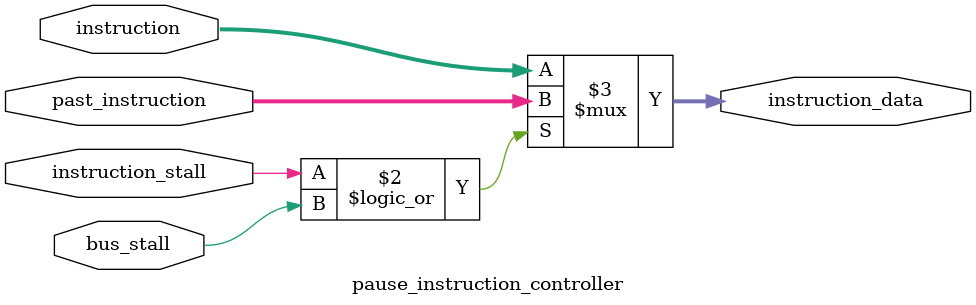
<source format=sv>
 `timescale 1ns/10ps
 
 module pause_instruction_controller(
									instruction_stall,
									instruction,
									past_instruction,
									bus_stall,
									
									instruction_data
									);
localparam DATA_SIZE  =32;
  
  output logic [DATA_SIZE-1:0] instruction_data;
  
  input        [DATA_SIZE-1:0] instruction;
  input        [DATA_SIZE-1:0] past_instruction;
  input                        instruction_stall;
  input                        bus_stall;
  always_comb
  begin
	instruction_data=(instruction_stall||bus_stall)?past_instruction:instruction;
  end
  endmodule

</source>
